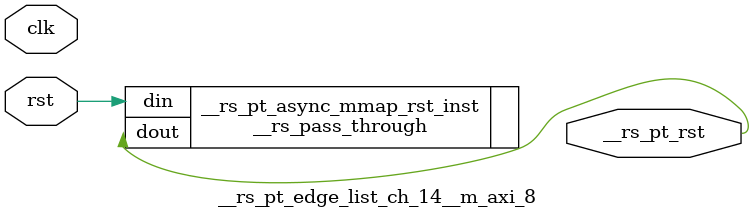
<source format=v>
`timescale 1 ns / 1 ps
/**   Generated by RapidStream   **/
module __rs_pt_edge_list_ch_14__m_axi_8 #(
    parameter BufferSize         = 32,
    parameter BufferSizeLog      = 5,
    parameter AddrWidth          = 64,
    parameter AxiSideAddrWidth   = 64,
    parameter DataWidth          = 512,
    parameter DataWidthBytesLog  = 6,
    parameter WaitTimeWidth      = 4,
    parameter BurstLenWidth      = 8,
    parameter EnableReadChannel  = 1,
    parameter EnableWriteChannel = 1,
    parameter MaxWaitTime        = 3,
    parameter MaxBurstLen        = 15
) (
    output wire __rs_pt_rst,
    input wire  clk,
    input wire  rst
);




__rs_pass_through #(
    .WIDTH (1)
) __rs_pt_async_mmap_rst_inst /**   Generated by RapidStream   **/ (
    .din  (rst),
    .dout (__rs_pt_rst)
);

endmodule  // __rs_pt_edge_list_ch_14__m_axi_8
</source>
